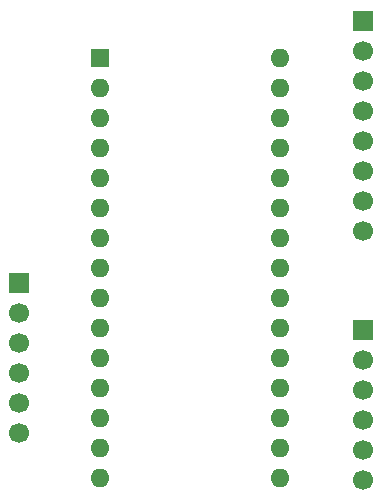
<source format=gbr>
%TF.GenerationSoftware,KiCad,Pcbnew,9.0.7*%
%TF.CreationDate,2026-02-14T16:35:22+02:00*%
%TF.ProjectId,Nano_Blackbox_Telemetry,4e616e6f-5f42-46c6-9163-6b626f785f54,rev?*%
%TF.SameCoordinates,Original*%
%TF.FileFunction,Soldermask,Top*%
%TF.FilePolarity,Negative*%
%FSLAX46Y46*%
G04 Gerber Fmt 4.6, Leading zero omitted, Abs format (unit mm)*
G04 Created by KiCad (PCBNEW 9.0.7) date 2026-02-14 16:35:22*
%MOMM*%
%LPD*%
G01*
G04 APERTURE LIST*
%ADD10O,1.600000X1.600000*%
%ADD11R,1.600000X1.600000*%
%ADD12R,1.700000X1.700000*%
%ADD13C,1.700000*%
G04 APERTURE END LIST*
D10*
%TO.C,A1*%
X155670000Y-69900000D03*
X155670000Y-72440000D03*
X155670000Y-74980000D03*
X155670000Y-77520000D03*
X155670000Y-80060000D03*
X155670000Y-82600000D03*
X155670000Y-85140000D03*
X155670000Y-87680000D03*
X155670000Y-90220000D03*
X155670000Y-92760000D03*
X155670000Y-95300000D03*
X155670000Y-97840000D03*
X155670000Y-100380000D03*
X155670000Y-102920000D03*
X155670000Y-105460000D03*
X140430000Y-105460000D03*
X140430000Y-102920000D03*
X140430000Y-100380000D03*
X140430000Y-97840000D03*
X140430000Y-95300000D03*
X140430000Y-92760000D03*
X140430000Y-90220000D03*
X140430000Y-87680000D03*
X140430000Y-85140000D03*
X140430000Y-82600000D03*
X140430000Y-80060000D03*
X140430000Y-77520000D03*
X140430000Y-74980000D03*
X140430000Y-72440000D03*
D11*
X140430000Y-69900000D03*
%TD*%
D12*
%TO.C,J3*%
X133600000Y-88900000D03*
D13*
X133600000Y-91440000D03*
X133600000Y-93980000D03*
X133600000Y-96520000D03*
X133600000Y-99060000D03*
X133600000Y-101600000D03*
%TD*%
D12*
%TO.C,J2*%
X162750000Y-92920000D03*
D13*
X162750000Y-95460000D03*
X162750000Y-98000000D03*
X162750000Y-100540000D03*
X162750000Y-103080000D03*
X162750000Y-105620000D03*
%TD*%
D12*
%TO.C,J1*%
X162750000Y-66800000D03*
D13*
X162750000Y-69340000D03*
X162750000Y-71880000D03*
X162750000Y-74420000D03*
X162750000Y-76960000D03*
X162750000Y-79500000D03*
X162750000Y-82040000D03*
X162750000Y-84580000D03*
%TD*%
M02*

</source>
